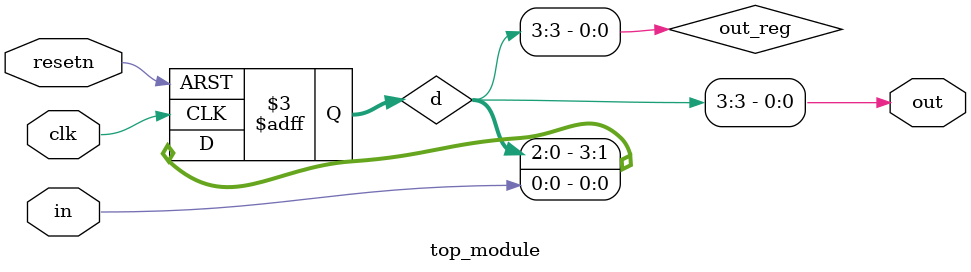
<source format=sv>
module top_module (
	input clk,
	input resetn,
	input in,
	output out
);
	
	// Define internal signals
	reg [3:0] d;
	reg out_reg;
	
	always @(posedge clk or negedge resetn)
	begin
		if (~resetn)
			d <= 4'b0;
		else
		begin
			d[0] <= in;
			d[1] <= d[0];
			d[2] <= d[1];
			d[3] <= d[2];
		end
	end
	
	assign out = d[3];
	assign out_reg = d[3];
	
endmodule

</source>
